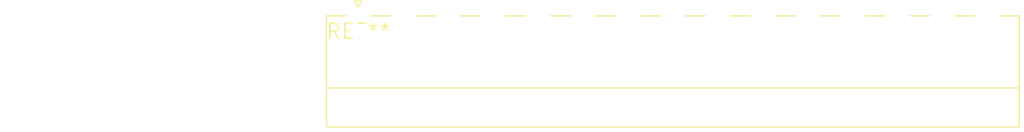
<source format=kicad_pcb>
(kicad_pcb (version 20240108) (generator pcbnew)
  (layers (0 "F.Cu" signal) (31 "B.Cu" signal) (34 "B.Paste" user) (35 "F.Paste" user) (36 "B.SilkS" user "B.Silkscreen") (37 "F.SilkS" user "F.Silkscreen") (38 "B.Mask" user) (39 "F.Mask" user) (44 "Edge.Cuts" user))
  (net 0 "")
  (footprint "PhoenixContact_MC_1,5_15-G-3.81_1x15_P3.81mm_Horizontal" (layer "F.Cu") (at 0 0)
    (property "Reference" "REF**")
    (property "Value" "PhoenixContact_MC_1,5_15-G-3.81_1x15_P3.81mm_Horizontal")
    (fp_line (start -2.71 -1.31) (end -2.71 8.11) (layer "F.SilkS") (stroke (width 0.12)))
    (fp_line (start -2.71 -1.31) (end -1.05 -1.31) (layer "F.SilkS") (stroke (width 0.12)))
    (fp_line (start -2.71 4.8) (end 56.05 4.8) (layer "F.SilkS") (stroke (width 0.12)))
    (fp_line (start -2.71 8.11) (end 56.05 8.11) (layer "F.SilkS") (stroke (width 0.12)))
    (fp_line (start -0.3 -2.6) (end 0.3 -2.6) (layer "F.SilkS") (stroke (width 0.12)))
    (fp_line (start 0 -2) (end -0.3 -2.6) (layer "F.SilkS") (stroke (width 0.12)))
    (fp_line (start 0.3 -2.6) (end 0 -2) (layer "F.SilkS") (stroke (width 0.12)))
    (fp_line (start 1.05 -1.31) (end 2.76 -1.31) (layer "F.SilkS") (stroke (width 0.12)))
    (fp_line (start 4.86 -1.31) (end 6.57 -1.31) (layer "F.SilkS") (stroke (width 0.12)))
    (fp_line (start 8.67 -1.31) (end 10.38 -1.31) (layer "F.SilkS") (stroke (width 0.12)))
    (fp_line (start 12.48 -1.31) (end 14.19 -1.31) (layer "F.SilkS") (stroke (width 0.12)))
    (fp_line (start 16.29 -1.31) (end 18 -1.31) (layer "F.SilkS") (stroke (width 0.12)))
    (fp_line (start 20.1 -1.31) (end 21.81 -1.31) (layer "F.SilkS") (stroke (width 0.12)))
    (fp_line (start 23.91 -1.31) (end 25.62 -1.31) (layer "F.SilkS") (stroke (width 0.12)))
    (fp_line (start 27.72 -1.31) (end 29.43 -1.31) (layer "F.SilkS") (stroke (width 0.12)))
    (fp_line (start 31.53 -1.31) (end 33.24 -1.31) (layer "F.SilkS") (stroke (width 0.12)))
    (fp_line (start 35.34 -1.31) (end 37.05 -1.31) (layer "F.SilkS") (stroke (width 0.12)))
    (fp_line (start 39.15 -1.31) (end 40.86 -1.31) (layer "F.SilkS") (stroke (width 0.12)))
    (fp_line (start 42.96 -1.31) (end 44.67 -1.31) (layer "F.SilkS") (stroke (width 0.12)))
    (fp_line (start 46.77 -1.31) (end 48.48 -1.31) (layer "F.SilkS") (stroke (width 0.12)))
    (fp_line (start 50.58 -1.31) (end 52.29 -1.31) (layer "F.SilkS") (stroke (width 0.12)))
    (fp_line (start 56.05 -1.31) (end 54.39 -1.31) (layer "F.SilkS") (stroke (width 0.12)))
    (fp_line (start 56.05 8.11) (end 56.05 -1.31) (layer "F.SilkS") (stroke (width 0.12)))
    (pad "1" thru_hole roundrect (at 0 0) (size 1.8 3.6) (drill 1.2) (layers *.Cu *.Mask) (remove_unused_layers) (roundrect_rratio 0.138889))
    (pad "2" thru_hole oval (at 3.81 0) (size 1.8 3.6) (drill 1.2) (layers *.Cu *.Mask) (remove_unused_layers))
    (pad "3" thru_hole oval (at 7.62 0) (size 1.8 3.6) (drill 1.2) (layers *.Cu *.Mask) (remove_unused_layers))
    (pad "4" thru_hole oval (at 11.43 0) (size 1.8 3.6) (drill 1.2) (layers *.Cu *.Mask) (remove_unused_layers))
    (pad "5" thru_hole oval (at 15.24 0) (size 1.8 3.6) (drill 1.2) (layers *.Cu *.Mask) (remove_unused_layers))
    (pad "6" thru_hole oval (at 19.05 0) (size 1.8 3.6) (drill 1.2) (layers *.Cu *.Mask) (remove_unused_layers))
    (pad "7" thru_hole oval (at 22.86 0) (size 1.8 3.6) (drill 1.2) (layers *.Cu *.Mask) (remove_unused_layers))
    (pad "8" thru_hole oval (at 26.67 0) (size 1.8 3.6) (drill 1.2) (layers *.Cu *.Mask) (remove_unused_layers))
    (pad "9" thru_hole oval (at 30.48 0) (size 1.8 3.6) (drill 1.2) (layers *.Cu *.Mask) (remove_unused_layers))
    (pad "10" thru_hole oval (at 34.29 0) (size 1.8 3.6) (drill 1.2) (layers *.Cu *.Mask) (remove_unused_layers))
    (pad "11" thru_hole oval (at 38.1 0) (size 1.8 3.6) (drill 1.2) (layers *.Cu *.Mask) (remove_unused_layers))
    (pad "12" thru_hole oval (at 41.91 0) (size 1.8 3.6) (drill 1.2) (layers *.Cu *.Mask) (remove_unused_layers))
    (pad "13" thru_hole oval (at 45.72 0) (size 1.8 3.6) (drill 1.2) (layers *.Cu *.Mask) (remove_unused_layers))
    (pad "14" thru_hole oval (at 49.53 0) (size 1.8 3.6) (drill 1.2) (layers *.Cu *.Mask) (remove_unused_layers))
    (pad "15" thru_hole oval (at 53.34 0) (size 1.8 3.6) (drill 1.2) (layers *.Cu *.Mask) (remove_unused_layers))
  )
)
</source>
